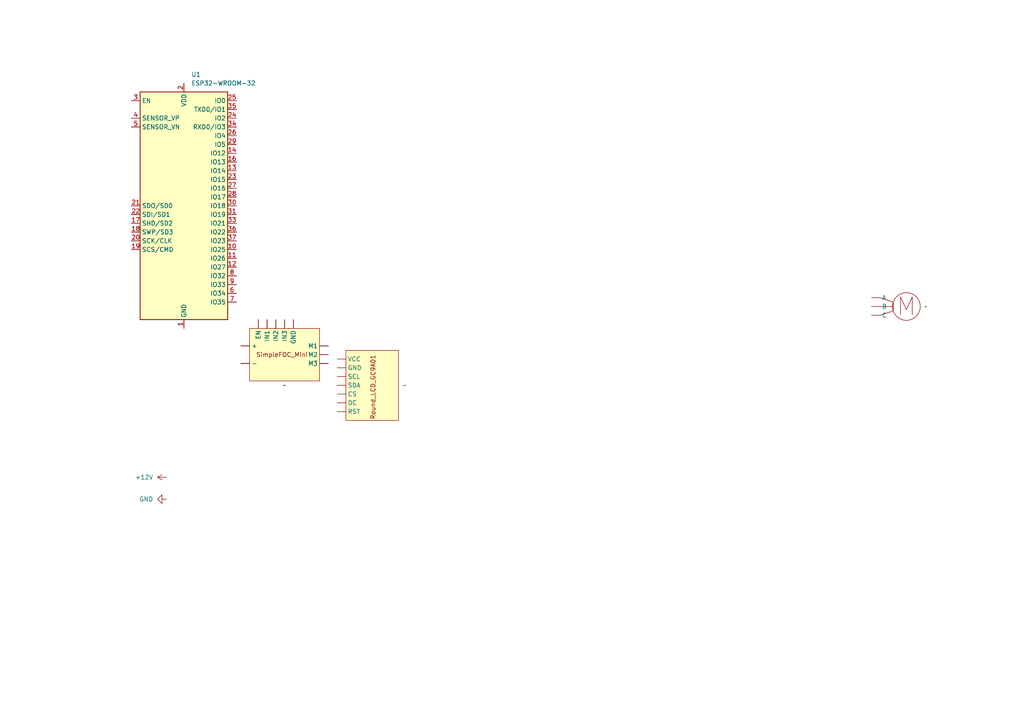
<source format=kicad_sch>
(kicad_sch (version 20250114) (generator "eeschema") (generator_version "9.0")
  (paper "A4")
  (lib_symbols
    (symbol "MySymbls-BLDC:Motor_BLDC"
      (symbol "Motor_BLDC_0_1"
        (polyline (pts (xy -7.62 2.54) (xy -3.81 1.27)))
        (polyline (pts (xy -7.62 0) (xy -3.81 0)))
        (polyline (pts (xy -7.62 -2.54) (xy -3.81 -1.27)))
        (polyline (pts (xy -3.81 -1.27) (xy -3.81 1.27)))
        (circle (center 0 0) (radius 4.0161))
      )
      (symbol "Motor_BLDC_1_1"
        (text "M" (at 0 0 0) (effects (font (size 5.08 5.08))))
        (pin input line (at -10.16 2.54 0) (length 2.54) (name "A") (number ""))
        (pin input line (at -10.16 0 0) (length 2.54) (name "B") (number ""))
        (pin input line (at -10.16 -2.54 0) (length 2.54) (name "C") (number ""))
      )
    )
    (symbol "MySymbls-BLDC:Round_LCD_GC9A01"
      (symbol "Round_LCD_GC9A01_1_1"
        (rectangle (start -7.62 11.43) (end 7.62 -8.89) (fill (type color) (color 255 255 195 1)))
        (text "Round_LCD_GC9A01" (at 0.254 0.762 900) (effects (font (size 1.27 1.27))))
        (pin input line (at -10.16 8.89 0) (length 2.54) (name "VCC") (number ""))
        (pin input line (at -10.16 6.35 0) (length 2.54) (name "GND") (number ""))
        (pin input line (at -10.16 3.81 0) (length 2.54) (name "SCL") (number ""))
        (pin input line (at -10.16 1.27 0) (length 2.54) (name "SDA") (number ""))
        (pin input line (at -10.16 -1.27 0) (length 2.54) (name "CS") (number ""))
        (pin input line (at -10.16 -3.81 0) (length 2.54) (name "DC") (number ""))
        (pin input line (at -10.16 -6.35 0) (length 2.54) (name "RST") (number ""))
      )
    )
    (symbol "RF_Module:ESP32-WROOM-32"
      (property "Reference" "U" (at -12.7 34.29 0))
      (property "Value" "ESP32-WROOM-32" (at 1.27 34.29 0))
      (symbol "ESP32-WROOM-32_0_1"
        (rectangle (start -12.7 33.02) (end 12.7 -33.02) (stroke (width 0.254)) (fill (type background)))
      )
      (symbol "ESP32-WROOM-32_1_1"
        (pin input line (at -15.24 30.48 0) (length 2.54) (name "EN") (number "3"))
        (pin input line (at -15.24 25.4 0) (length 2.54) (name "SENSOR_VP") (number "4"))
        (pin input line (at -15.24 22.86 0) (length 2.54) (name "SENSOR_VN") (number "5"))
        (pin bidirectional line (at -15.24 0 0) (length 2.54) (name "SDO/SD0") (number "21"))
        (pin bidirectional line (at -15.24 -2.54 0) (length 2.54) (name "SDI/SD1") (number "22"))
        (pin bidirectional line (at -15.24 -5.08 0) (length 2.54) (name "SHD/SD2") (number "17"))
        (pin bidirectional line (at -15.24 -7.62 0) (length 2.54) (name "SWP/SD3") (number "18"))
        (pin bidirectional line (at -15.24 -10.16 0) (length 2.54) (name "SCK/CLK") (number "20"))
        (pin bidirectional line (at -15.24 -12.7 0) (length 2.54) (name "SCS/CMD") (number "19"))
        (pin no_connect line (at -12.7 -27.94 0) (length 2.54) (hide yes) (name "NC") (number "32"))
        (pin power_in line (at 0 35.56 270) (length 2.54) (name "VDD") (number "2"))
        (pin power_in line (at 0 -35.56 90) (length 2.54) (name "GND") (number "1"))
        (pin passive line (at 0 -35.56 90) (length 2.54) (hide yes) (name "GND") (number "15"))
        (pin passive line (at 0 -35.56 90) (length 2.54) (hide yes) (name "GND") (number "38"))
        (pin passive line (at 0 -35.56 90) (length 2.54) (hide yes) (name "GND") (number "39"))
        (pin bidirectional line (at 15.24 30.48 180) (length 2.54) (name "IO0") (number "25"))
        (pin bidirectional line (at 15.24 27.94 180) (length 2.54) (name "TXD0/IO1") (number "35"))
        (pin bidirectional line (at 15.24 25.4 180) (length 2.54) (name "IO2") (number "24"))
        (pin bidirectional line (at 15.24 22.86 180) (length 2.54) (name "RXD0/IO3") (number "34"))
        (pin bidirectional line (at 15.24 20.32 180) (length 2.54) (name "IO4") (number "26"))
        (pin bidirectional line (at 15.24 17.78 180) (length 2.54) (name "IO5") (number "29"))
        (pin bidirectional line (at 15.24 15.24 180) (length 2.54) (name "IO12") (number "14"))
        (pin bidirectional line (at 15.24 12.7 180) (length 2.54) (name "IO13") (number "16"))
        (pin bidirectional line (at 15.24 10.16 180) (length 2.54) (name "IO14") (number "13"))
        (pin bidirectional line (at 15.24 7.62 180) (length 2.54) (name "IO15") (number "23"))
        (pin bidirectional line (at 15.24 5.08 180) (length 2.54) (name "IO16") (number "27"))
        (pin bidirectional line (at 15.24 2.54 180) (length 2.54) (name "IO17") (number "28"))
        (pin bidirectional line (at 15.24 0 180) (length 2.54) (name "IO18") (number "30"))
        (pin bidirectional line (at 15.24 -2.54 180) (length 2.54) (name "IO19") (number "31"))
        (pin bidirectional line (at 15.24 -5.08 180) (length 2.54) (name "IO21") (number "33"))
        (pin bidirectional line (at 15.24 -7.62 180) (length 2.54) (name "IO22") (number "36"))
        (pin bidirectional line (at 15.24 -10.16 180) (length 2.54) (name "IO23") (number "37"))
        (pin bidirectional line (at 15.24 -12.7 180) (length 2.54) (name "IO25") (number "10"))
        (pin bidirectional line (at 15.24 -15.24 180) (length 2.54) (name "IO26") (number "11"))
        (pin bidirectional line (at 15.24 -17.78 180) (length 2.54) (name "IO27") (number "12"))
        (pin bidirectional line (at 15.24 -20.32 180) (length 2.54) (name "IO32") (number "8"))
        (pin bidirectional line (at 15.24 -22.86 180) (length 2.54) (name "IO33") (number "9"))
        (pin input line (at 15.24 -25.4 180) (length 2.54) (name "IO34") (number "6"))
        (pin input line (at 15.24 -27.94 180) (length 2.54) (name "IO35") (number "7"))
      )
    )
    (symbol "SimpleFOC_Mini_1"
      (symbol "SimpleFOC_Mini_1_1_1"
        (rectangle (start -10.16 7.62) (end 10.16 -7.62) (fill (type color) (color 255 255 195 1)))
        (text "SimpleFOC_Mini\n" (at -0.762 0 0) (effects (font (size 1.27 1.27))))
        (pin input line (at -12.7 2.54 0) (length 2.54) (name "+") (number ""))
        (pin input line (at -12.7 -2.54 0) (length 2.54) (name "-") (number ""))
        (pin input line (at -7.62 10.16 270) (length 2.54) (name "EN") (number ""))
        (pin input line (at -5.08 10.16 270) (length 2.54) (name "IN1") (number ""))
        (pin input line (at -2.54 10.16 270) (length 2.54) (name "IN2") (number ""))
        (pin input line (at 0 10.16 270) (length 2.54) (name "IN3") (number ""))
        (pin input line (at 2.54 10.16 270) (length 2.54) (name "GND") (number ""))
        (pin output line (at 12.7 2.54 180) (length 2.54) (name "M1") (number ""))
        (pin output line (at 12.7 0 180) (length 2.54) (name "M2") (number ""))
        (pin output line (at 12.7 -2.54 180) (length 2.54) (name "M3") (number ""))
      )
    )
    (symbol "power:+12V" (power) (pin_numbers (hide yes)) (pin_names (offset 0) (hide yes))
      (property "Value" "+12V" (at 0 3.556 0))
      (symbol "+12V_0_1"
        (polyline (pts (xy -0.762 1.27) (xy 0 2.54)))
        (polyline (pts (xy 0 2.54) (xy 0.762 1.27)))
        (polyline (pts (xy 0 0) (xy 0 2.54)))
      )
      (symbol "+12V_1_1"
        (pin power_in line (at 0 0 90) (length 0) (name "~") (number "1"))
      )
    )
    (symbol "power:GND" (power) (pin_numbers (hide yes)) (pin_names (offset 0) (hide yes))
      (property "Value" "GND" (at 0 -3.81 0))
      (symbol "GND_0_1"
        (polyline (pts (xy 0 0) (xy 0 -1.27) (xy 1.27 -1.27) (xy 0 -2.54) (xy -1.27 -1.27) (xy 0 -1.27)))
      )
      (symbol "GND_1_1"
        (pin power_in line (at 0 0 270) (length 0) (name "~") (number "1"))
      )
    )
  )
  (symbol (lib_name "SimpleFOC_Mini_1") (lib_id "MySymbls-BLDC:SimpleFOC_Mini") (at 82.55 102.87 0) (unit 1)
    (property "Reference" "U3" (effects (hide yes)))
    (property "Value" "~" (at 82.55 111.76 0))
  )
  (symbol (lib_id "MySymbls-BLDC:Round_LCD_GC9A01") (at 107.95 113.03 0) (unit 1)
    (property "Reference" "1" (effects (hide yes)))
    (property "Value" "~" (at 116.84 111.76 0) (effects (justify left)))
  )
  (symbol (lib_id "RF_Module:ESP32-WROOM-32") (at 53.34 59.69 0) (unit 1)
    (property "Reference" "U1" (at 55.4833 21.59 0) (effects (justify left)))
    (property "Value" "ESP32-WROOM-32" (at 55.4833 24.13 0) (effects (justify left)))
    (property "Footprint" "RF_Module:ESP32-WROOM-32" (effects (hide yes)))
    (property "Datasheet" "https://www.espressif.com/sites/default/files/documentation/esp32-wroom-32_datasheet_en.pdf" (effects (hide yes)))
    (property "Description" "RF Module, ESP32-D0WDQ6 SoC, Wi-Fi 802.11b/g/n, Bluetooth, BLE, 32-bit, 2.7-3.6V, onboard antenna, SMD" (effects (hide yes)))
  )
  (symbol (lib_id "MySymbls-BLDC:Motor_BLDC") (at 262.89 88.9 0) (unit 1)
    (property "Reference" "1" (effects (hide yes)))
    (property "Value" "~" (at 267.97 88.9 0) (effects (justify left)))
  )
  (symbol (lib_id "power:+12V") (at 48.26 138.43 90) (unit 1)
    (property "Reference" "#PWR01" (effects (hide yes)))
    (property "Value" "+12V" (at 44.45 138.4299 90) (effects (justify left)))
    (property "Description" "Power symbol creates a global label with name \"+12V\"" (effects (hide yes)))
  )
  (symbol (lib_id "power:GND") (at 48.26 144.78 270) (unit 1)
    (property "Reference" "#PWR02" (effects (hide yes)))
    (property "Value" "GND" (at 44.45 144.7799 90) (effects (justify right)))
    (property "Description" "Power symbol creates a global label with name \"GND\" , ground" (effects (hide yes)))
  )
)
</source>
